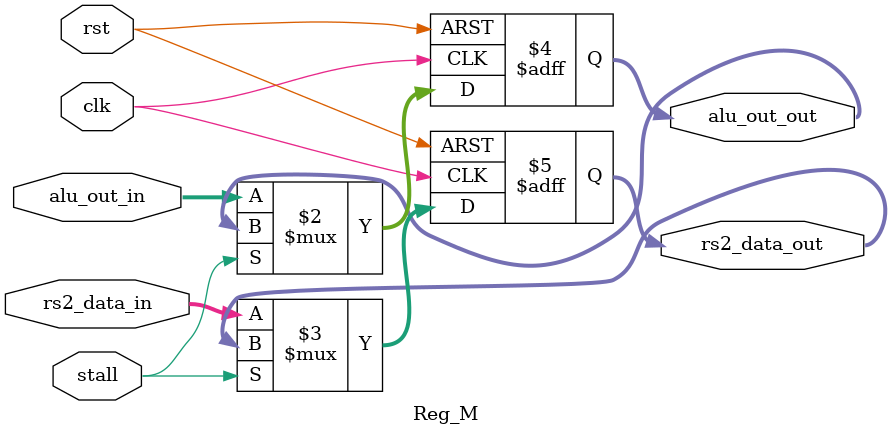
<source format=v>
module Reg_M ( 
    input clk, 
    input rst,
    input stall,
    input [31:0]alu_out_in, 
    input [31:0]rs2_data_in, 
    output reg [31:0]alu_out_out,
    output reg [31:0]rs2_data_out
);

always @(posedge clk or posedge rst) begin
    if(rst)begin
        alu_out_out <= 32'd0;
        rs2_data_out <= 32'd0;
    end
    else begin
        alu_out_out <= (stall)? alu_out_out:alu_out_in;
        rs2_data_out <= (stall)? rs2_data_out:rs2_data_in;
    end
end

endmodule
</source>
